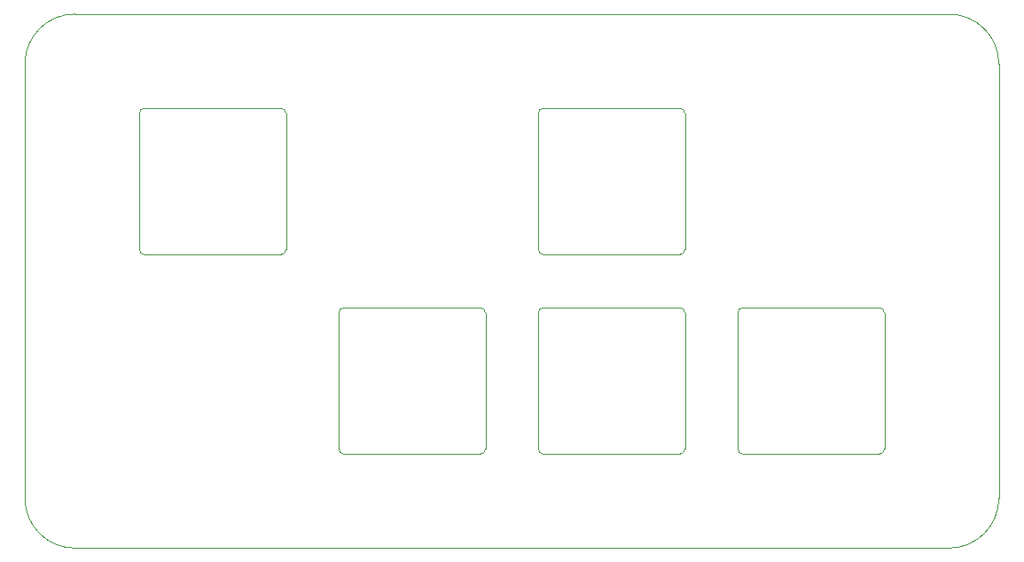
<source format=gbr>
%TF.GenerationSoftware,KiCad,Pcbnew,(7.0.0)*%
%TF.CreationDate,2023-03-02T11:53:53-08:00*%
%TF.ProjectId,JoyKeyMini-plate,4a6f794b-6579-44d6-996e-692d706c6174,1*%
%TF.SameCoordinates,Original*%
%TF.FileFunction,Profile,NP*%
%FSLAX46Y46*%
G04 Gerber Fmt 4.6, Leading zero omitted, Abs format (unit mm)*
G04 Created by KiCad (PCBNEW (7.0.0)) date 2023-03-02 11:53:53*
%MOMM*%
%LPD*%
G01*
G04 APERTURE LIST*
%TA.AperFunction,Profile*%
%ADD10C,0.100000*%
%TD*%
%TA.AperFunction,Profile*%
%ADD11C,0.120000*%
%TD*%
G04 APERTURE END LIST*
D10*
X26144665Y-74443850D02*
X109631665Y-74443850D01*
X21382165Y-28206350D02*
X21382165Y-69681350D01*
X109631665Y-74443855D02*
G75*
G03*
X114394165Y-69681350I-5J4762505D01*
G01*
X114394165Y-28206350D02*
X114394165Y-69681350D01*
X26156665Y-23431845D02*
G75*
G03*
X21382165Y-28206350I5J-4774505D01*
G01*
X26156665Y-23443850D02*
X109643665Y-23443850D01*
X114394150Y-28206350D02*
G75*
G03*
X109643665Y-23443865I-4762450J50D01*
G01*
X21382170Y-69681350D02*
G75*
G03*
X26144665Y-74443850I4762500J0D01*
G01*
D11*
%TO.C,SW6*%
X103463165Y-51968850D02*
X103463165Y-64968850D01*
X89963165Y-51468850D02*
X102963165Y-51468850D01*
X89963165Y-65468850D02*
X102963165Y-65468850D01*
X89463165Y-51968850D02*
X89463165Y-64968850D01*
X89963165Y-51468850D02*
G75*
G03*
X89463165Y-51968850I1J-500001D01*
G01*
X103463165Y-51968850D02*
G75*
G03*
X102963165Y-51468850I-500000J0D01*
G01*
X89463165Y-64968850D02*
G75*
G03*
X89963165Y-65468850I500001J1D01*
G01*
X102963165Y-65468850D02*
G75*
G03*
X103463165Y-64968850I0J500000D01*
G01*
%TO.C,SW5*%
X84413165Y-51968850D02*
X84413165Y-64968850D01*
X70913165Y-51468850D02*
X83913165Y-51468850D01*
X70913165Y-65468850D02*
X83913165Y-65468850D01*
X70413165Y-51968850D02*
X70413165Y-64968850D01*
X70913165Y-51468850D02*
G75*
G03*
X70413165Y-51968850I1J-500001D01*
G01*
X84413165Y-51968850D02*
G75*
G03*
X83913165Y-51468850I-500000J0D01*
G01*
X70413165Y-64968850D02*
G75*
G03*
X70913165Y-65468850I500001J1D01*
G01*
X83913165Y-65468850D02*
G75*
G03*
X84413165Y-64968850I0J500000D01*
G01*
%TO.C,SW4*%
X83913165Y-46418850D02*
G75*
G03*
X84413165Y-45918850I0J500000D01*
G01*
X70413165Y-45918850D02*
G75*
G03*
X70913165Y-46418850I500001J1D01*
G01*
X84413165Y-32918850D02*
G75*
G03*
X83913165Y-32418850I-500000J0D01*
G01*
X70913165Y-32418850D02*
G75*
G03*
X70413165Y-32918850I1J-500001D01*
G01*
X70413165Y-32918850D02*
X70413165Y-45918850D01*
X70913165Y-46418850D02*
X83913165Y-46418850D01*
X70913165Y-32418850D02*
X83913165Y-32418850D01*
X84413165Y-32918850D02*
X84413165Y-45918850D01*
%TO.C,SW3*%
X65363165Y-51968850D02*
X65363165Y-64968850D01*
X51863165Y-51468850D02*
X64863165Y-51468850D01*
X51863165Y-65468850D02*
X64863165Y-65468850D01*
X51363165Y-51968850D02*
X51363165Y-64968850D01*
X51863165Y-51468850D02*
G75*
G03*
X51363165Y-51968850I1J-500001D01*
G01*
X65363165Y-51968850D02*
G75*
G03*
X64863165Y-51468850I-500000J0D01*
G01*
X51363165Y-64968850D02*
G75*
G03*
X51863165Y-65468850I500001J1D01*
G01*
X64863165Y-65468850D02*
G75*
G03*
X65363165Y-64968850I0J500000D01*
G01*
%TO.C,SW1*%
X45813165Y-46418850D02*
G75*
G03*
X46313165Y-45918850I0J500000D01*
G01*
X32313165Y-45918850D02*
G75*
G03*
X32813165Y-46418850I500001J1D01*
G01*
X46313165Y-32918850D02*
G75*
G03*
X45813165Y-32418850I-500000J0D01*
G01*
X32813165Y-32418850D02*
G75*
G03*
X32313165Y-32918850I1J-500001D01*
G01*
X32313165Y-32918850D02*
X32313165Y-45918850D01*
X32813165Y-46418850D02*
X45813165Y-46418850D01*
X32813165Y-32418850D02*
X45813165Y-32418850D01*
X46313165Y-32918850D02*
X46313165Y-45918850D01*
%TD*%
M02*

</source>
